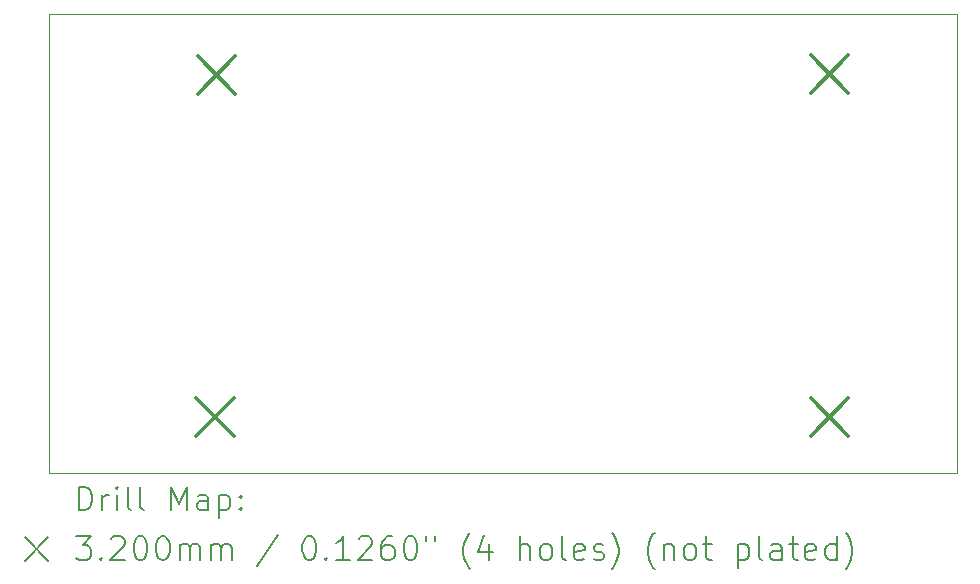
<source format=gbr>
%FSLAX45Y45*%
G04 Gerber Fmt 4.5, Leading zero omitted, Abs format (unit mm)*
G04 Created by KiCad (PCBNEW (6.0.0)) date 2022-10-17 15:32:17*
%MOMM*%
%LPD*%
G01*
G04 APERTURE LIST*
%TA.AperFunction,Profile*%
%ADD10C,0.100000*%
%TD*%
%ADD11C,0.200000*%
%ADD12C,0.320000*%
G04 APERTURE END LIST*
D10*
X6443200Y-8550520D02*
X14129240Y-8550520D01*
X14129240Y-8550520D02*
X14129240Y-4666860D01*
X14129240Y-4666860D02*
X6443200Y-4666860D01*
X6443200Y-4666860D02*
X6443200Y-8550520D01*
D11*
D12*
X7693880Y-7915180D02*
X8013880Y-8235180D01*
X8013880Y-7915180D02*
X7693880Y-8235180D01*
X7703080Y-5017380D02*
X8023080Y-5337380D01*
X8023080Y-5017380D02*
X7703080Y-5337380D01*
X12893880Y-5015180D02*
X13213880Y-5335180D01*
X13213880Y-5015180D02*
X12893880Y-5335180D01*
X12893880Y-7915180D02*
X13213880Y-8235180D01*
X13213880Y-7915180D02*
X12893880Y-8235180D01*
D11*
X6695819Y-8865996D02*
X6695819Y-8665996D01*
X6743438Y-8665996D01*
X6772009Y-8675520D01*
X6791057Y-8694568D01*
X6800581Y-8713615D01*
X6810105Y-8751710D01*
X6810105Y-8780282D01*
X6800581Y-8818377D01*
X6791057Y-8837425D01*
X6772009Y-8856472D01*
X6743438Y-8865996D01*
X6695819Y-8865996D01*
X6895819Y-8865996D02*
X6895819Y-8732663D01*
X6895819Y-8770758D02*
X6905343Y-8751710D01*
X6914867Y-8742187D01*
X6933914Y-8732663D01*
X6952962Y-8732663D01*
X7019628Y-8865996D02*
X7019628Y-8732663D01*
X7019628Y-8665996D02*
X7010105Y-8675520D01*
X7019628Y-8685044D01*
X7029152Y-8675520D01*
X7019628Y-8665996D01*
X7019628Y-8685044D01*
X7143438Y-8865996D02*
X7124390Y-8856472D01*
X7114867Y-8837425D01*
X7114867Y-8665996D01*
X7248200Y-8865996D02*
X7229152Y-8856472D01*
X7219628Y-8837425D01*
X7219628Y-8665996D01*
X7476771Y-8865996D02*
X7476771Y-8665996D01*
X7543438Y-8808853D01*
X7610105Y-8665996D01*
X7610105Y-8865996D01*
X7791057Y-8865996D02*
X7791057Y-8761234D01*
X7781533Y-8742187D01*
X7762486Y-8732663D01*
X7724390Y-8732663D01*
X7705343Y-8742187D01*
X7791057Y-8856472D02*
X7772009Y-8865996D01*
X7724390Y-8865996D01*
X7705343Y-8856472D01*
X7695819Y-8837425D01*
X7695819Y-8818377D01*
X7705343Y-8799330D01*
X7724390Y-8789806D01*
X7772009Y-8789806D01*
X7791057Y-8780282D01*
X7886295Y-8732663D02*
X7886295Y-8932663D01*
X7886295Y-8742187D02*
X7905343Y-8732663D01*
X7943438Y-8732663D01*
X7962486Y-8742187D01*
X7972009Y-8751710D01*
X7981533Y-8770758D01*
X7981533Y-8827901D01*
X7972009Y-8846949D01*
X7962486Y-8856472D01*
X7943438Y-8865996D01*
X7905343Y-8865996D01*
X7886295Y-8856472D01*
X8067248Y-8846949D02*
X8076771Y-8856472D01*
X8067248Y-8865996D01*
X8057724Y-8856472D01*
X8067248Y-8846949D01*
X8067248Y-8865996D01*
X8067248Y-8742187D02*
X8076771Y-8751710D01*
X8067248Y-8761234D01*
X8057724Y-8751710D01*
X8067248Y-8742187D01*
X8067248Y-8761234D01*
X6238200Y-9095520D02*
X6438200Y-9295520D01*
X6438200Y-9095520D02*
X6238200Y-9295520D01*
X6676771Y-9085996D02*
X6800581Y-9085996D01*
X6733914Y-9162187D01*
X6762486Y-9162187D01*
X6781533Y-9171710D01*
X6791057Y-9181234D01*
X6800581Y-9200282D01*
X6800581Y-9247901D01*
X6791057Y-9266949D01*
X6781533Y-9276472D01*
X6762486Y-9285996D01*
X6705343Y-9285996D01*
X6686295Y-9276472D01*
X6676771Y-9266949D01*
X6886295Y-9266949D02*
X6895819Y-9276472D01*
X6886295Y-9285996D01*
X6876771Y-9276472D01*
X6886295Y-9266949D01*
X6886295Y-9285996D01*
X6972009Y-9105044D02*
X6981533Y-9095520D01*
X7000581Y-9085996D01*
X7048200Y-9085996D01*
X7067248Y-9095520D01*
X7076771Y-9105044D01*
X7086295Y-9124091D01*
X7086295Y-9143139D01*
X7076771Y-9171710D01*
X6962486Y-9285996D01*
X7086295Y-9285996D01*
X7210105Y-9085996D02*
X7229152Y-9085996D01*
X7248200Y-9095520D01*
X7257724Y-9105044D01*
X7267248Y-9124091D01*
X7276771Y-9162187D01*
X7276771Y-9209806D01*
X7267248Y-9247901D01*
X7257724Y-9266949D01*
X7248200Y-9276472D01*
X7229152Y-9285996D01*
X7210105Y-9285996D01*
X7191057Y-9276472D01*
X7181533Y-9266949D01*
X7172009Y-9247901D01*
X7162486Y-9209806D01*
X7162486Y-9162187D01*
X7172009Y-9124091D01*
X7181533Y-9105044D01*
X7191057Y-9095520D01*
X7210105Y-9085996D01*
X7400581Y-9085996D02*
X7419628Y-9085996D01*
X7438676Y-9095520D01*
X7448200Y-9105044D01*
X7457724Y-9124091D01*
X7467248Y-9162187D01*
X7467248Y-9209806D01*
X7457724Y-9247901D01*
X7448200Y-9266949D01*
X7438676Y-9276472D01*
X7419628Y-9285996D01*
X7400581Y-9285996D01*
X7381533Y-9276472D01*
X7372009Y-9266949D01*
X7362486Y-9247901D01*
X7352962Y-9209806D01*
X7352962Y-9162187D01*
X7362486Y-9124091D01*
X7372009Y-9105044D01*
X7381533Y-9095520D01*
X7400581Y-9085996D01*
X7552962Y-9285996D02*
X7552962Y-9152663D01*
X7552962Y-9171710D02*
X7562486Y-9162187D01*
X7581533Y-9152663D01*
X7610105Y-9152663D01*
X7629152Y-9162187D01*
X7638676Y-9181234D01*
X7638676Y-9285996D01*
X7638676Y-9181234D02*
X7648200Y-9162187D01*
X7667248Y-9152663D01*
X7695819Y-9152663D01*
X7714867Y-9162187D01*
X7724390Y-9181234D01*
X7724390Y-9285996D01*
X7819628Y-9285996D02*
X7819628Y-9152663D01*
X7819628Y-9171710D02*
X7829152Y-9162187D01*
X7848200Y-9152663D01*
X7876771Y-9152663D01*
X7895819Y-9162187D01*
X7905343Y-9181234D01*
X7905343Y-9285996D01*
X7905343Y-9181234D02*
X7914867Y-9162187D01*
X7933914Y-9152663D01*
X7962486Y-9152663D01*
X7981533Y-9162187D01*
X7991057Y-9181234D01*
X7991057Y-9285996D01*
X8381533Y-9076472D02*
X8210105Y-9333615D01*
X8638676Y-9085996D02*
X8657724Y-9085996D01*
X8676771Y-9095520D01*
X8686295Y-9105044D01*
X8695819Y-9124091D01*
X8705343Y-9162187D01*
X8705343Y-9209806D01*
X8695819Y-9247901D01*
X8686295Y-9266949D01*
X8676771Y-9276472D01*
X8657724Y-9285996D01*
X8638676Y-9285996D01*
X8619629Y-9276472D01*
X8610105Y-9266949D01*
X8600581Y-9247901D01*
X8591057Y-9209806D01*
X8591057Y-9162187D01*
X8600581Y-9124091D01*
X8610105Y-9105044D01*
X8619629Y-9095520D01*
X8638676Y-9085996D01*
X8791057Y-9266949D02*
X8800581Y-9276472D01*
X8791057Y-9285996D01*
X8781533Y-9276472D01*
X8791057Y-9266949D01*
X8791057Y-9285996D01*
X8991057Y-9285996D02*
X8876771Y-9285996D01*
X8933914Y-9285996D02*
X8933914Y-9085996D01*
X8914867Y-9114568D01*
X8895819Y-9133615D01*
X8876771Y-9143139D01*
X9067248Y-9105044D02*
X9076771Y-9095520D01*
X9095819Y-9085996D01*
X9143438Y-9085996D01*
X9162486Y-9095520D01*
X9172010Y-9105044D01*
X9181533Y-9124091D01*
X9181533Y-9143139D01*
X9172010Y-9171710D01*
X9057724Y-9285996D01*
X9181533Y-9285996D01*
X9352962Y-9085996D02*
X9314867Y-9085996D01*
X9295819Y-9095520D01*
X9286295Y-9105044D01*
X9267248Y-9133615D01*
X9257724Y-9171710D01*
X9257724Y-9247901D01*
X9267248Y-9266949D01*
X9276771Y-9276472D01*
X9295819Y-9285996D01*
X9333914Y-9285996D01*
X9352962Y-9276472D01*
X9362486Y-9266949D01*
X9372010Y-9247901D01*
X9372010Y-9200282D01*
X9362486Y-9181234D01*
X9352962Y-9171710D01*
X9333914Y-9162187D01*
X9295819Y-9162187D01*
X9276771Y-9171710D01*
X9267248Y-9181234D01*
X9257724Y-9200282D01*
X9495819Y-9085996D02*
X9514867Y-9085996D01*
X9533914Y-9095520D01*
X9543438Y-9105044D01*
X9552962Y-9124091D01*
X9562486Y-9162187D01*
X9562486Y-9209806D01*
X9552962Y-9247901D01*
X9543438Y-9266949D01*
X9533914Y-9276472D01*
X9514867Y-9285996D01*
X9495819Y-9285996D01*
X9476771Y-9276472D01*
X9467248Y-9266949D01*
X9457724Y-9247901D01*
X9448200Y-9209806D01*
X9448200Y-9162187D01*
X9457724Y-9124091D01*
X9467248Y-9105044D01*
X9476771Y-9095520D01*
X9495819Y-9085996D01*
X9638676Y-9085996D02*
X9638676Y-9124091D01*
X9714867Y-9085996D02*
X9714867Y-9124091D01*
X10010105Y-9362187D02*
X10000581Y-9352663D01*
X9981533Y-9324091D01*
X9972010Y-9305044D01*
X9962486Y-9276472D01*
X9952962Y-9228853D01*
X9952962Y-9190758D01*
X9962486Y-9143139D01*
X9972010Y-9114568D01*
X9981533Y-9095520D01*
X10000581Y-9066949D01*
X10010105Y-9057425D01*
X10172010Y-9152663D02*
X10172010Y-9285996D01*
X10124390Y-9076472D02*
X10076771Y-9219330D01*
X10200581Y-9219330D01*
X10429152Y-9285996D02*
X10429152Y-9085996D01*
X10514867Y-9285996D02*
X10514867Y-9181234D01*
X10505343Y-9162187D01*
X10486295Y-9152663D01*
X10457724Y-9152663D01*
X10438676Y-9162187D01*
X10429152Y-9171710D01*
X10638676Y-9285996D02*
X10619629Y-9276472D01*
X10610105Y-9266949D01*
X10600581Y-9247901D01*
X10600581Y-9190758D01*
X10610105Y-9171710D01*
X10619629Y-9162187D01*
X10638676Y-9152663D01*
X10667248Y-9152663D01*
X10686295Y-9162187D01*
X10695819Y-9171710D01*
X10705343Y-9190758D01*
X10705343Y-9247901D01*
X10695819Y-9266949D01*
X10686295Y-9276472D01*
X10667248Y-9285996D01*
X10638676Y-9285996D01*
X10819629Y-9285996D02*
X10800581Y-9276472D01*
X10791057Y-9257425D01*
X10791057Y-9085996D01*
X10972010Y-9276472D02*
X10952962Y-9285996D01*
X10914867Y-9285996D01*
X10895819Y-9276472D01*
X10886295Y-9257425D01*
X10886295Y-9181234D01*
X10895819Y-9162187D01*
X10914867Y-9152663D01*
X10952962Y-9152663D01*
X10972010Y-9162187D01*
X10981533Y-9181234D01*
X10981533Y-9200282D01*
X10886295Y-9219330D01*
X11057724Y-9276472D02*
X11076771Y-9285996D01*
X11114867Y-9285996D01*
X11133914Y-9276472D01*
X11143438Y-9257425D01*
X11143438Y-9247901D01*
X11133914Y-9228853D01*
X11114867Y-9219330D01*
X11086295Y-9219330D01*
X11067248Y-9209806D01*
X11057724Y-9190758D01*
X11057724Y-9181234D01*
X11067248Y-9162187D01*
X11086295Y-9152663D01*
X11114867Y-9152663D01*
X11133914Y-9162187D01*
X11210105Y-9362187D02*
X11219628Y-9352663D01*
X11238676Y-9324091D01*
X11248200Y-9305044D01*
X11257724Y-9276472D01*
X11267248Y-9228853D01*
X11267248Y-9190758D01*
X11257724Y-9143139D01*
X11248200Y-9114568D01*
X11238676Y-9095520D01*
X11219628Y-9066949D01*
X11210105Y-9057425D01*
X11572009Y-9362187D02*
X11562486Y-9352663D01*
X11543438Y-9324091D01*
X11533914Y-9305044D01*
X11524390Y-9276472D01*
X11514867Y-9228853D01*
X11514867Y-9190758D01*
X11524390Y-9143139D01*
X11533914Y-9114568D01*
X11543438Y-9095520D01*
X11562486Y-9066949D01*
X11572009Y-9057425D01*
X11648200Y-9152663D02*
X11648200Y-9285996D01*
X11648200Y-9171710D02*
X11657724Y-9162187D01*
X11676771Y-9152663D01*
X11705343Y-9152663D01*
X11724390Y-9162187D01*
X11733914Y-9181234D01*
X11733914Y-9285996D01*
X11857724Y-9285996D02*
X11838676Y-9276472D01*
X11829152Y-9266949D01*
X11819628Y-9247901D01*
X11819628Y-9190758D01*
X11829152Y-9171710D01*
X11838676Y-9162187D01*
X11857724Y-9152663D01*
X11886295Y-9152663D01*
X11905343Y-9162187D01*
X11914867Y-9171710D01*
X11924390Y-9190758D01*
X11924390Y-9247901D01*
X11914867Y-9266949D01*
X11905343Y-9276472D01*
X11886295Y-9285996D01*
X11857724Y-9285996D01*
X11981533Y-9152663D02*
X12057724Y-9152663D01*
X12010105Y-9085996D02*
X12010105Y-9257425D01*
X12019628Y-9276472D01*
X12038676Y-9285996D01*
X12057724Y-9285996D01*
X12276771Y-9152663D02*
X12276771Y-9352663D01*
X12276771Y-9162187D02*
X12295819Y-9152663D01*
X12333914Y-9152663D01*
X12352962Y-9162187D01*
X12362486Y-9171710D01*
X12372009Y-9190758D01*
X12372009Y-9247901D01*
X12362486Y-9266949D01*
X12352962Y-9276472D01*
X12333914Y-9285996D01*
X12295819Y-9285996D01*
X12276771Y-9276472D01*
X12486295Y-9285996D02*
X12467248Y-9276472D01*
X12457724Y-9257425D01*
X12457724Y-9085996D01*
X12648200Y-9285996D02*
X12648200Y-9181234D01*
X12638676Y-9162187D01*
X12619628Y-9152663D01*
X12581533Y-9152663D01*
X12562486Y-9162187D01*
X12648200Y-9276472D02*
X12629152Y-9285996D01*
X12581533Y-9285996D01*
X12562486Y-9276472D01*
X12552962Y-9257425D01*
X12552962Y-9238377D01*
X12562486Y-9219330D01*
X12581533Y-9209806D01*
X12629152Y-9209806D01*
X12648200Y-9200282D01*
X12714867Y-9152663D02*
X12791057Y-9152663D01*
X12743438Y-9085996D02*
X12743438Y-9257425D01*
X12752962Y-9276472D01*
X12772009Y-9285996D01*
X12791057Y-9285996D01*
X12933914Y-9276472D02*
X12914867Y-9285996D01*
X12876771Y-9285996D01*
X12857724Y-9276472D01*
X12848200Y-9257425D01*
X12848200Y-9181234D01*
X12857724Y-9162187D01*
X12876771Y-9152663D01*
X12914867Y-9152663D01*
X12933914Y-9162187D01*
X12943438Y-9181234D01*
X12943438Y-9200282D01*
X12848200Y-9219330D01*
X13114867Y-9285996D02*
X13114867Y-9085996D01*
X13114867Y-9276472D02*
X13095819Y-9285996D01*
X13057724Y-9285996D01*
X13038676Y-9276472D01*
X13029152Y-9266949D01*
X13019628Y-9247901D01*
X13019628Y-9190758D01*
X13029152Y-9171710D01*
X13038676Y-9162187D01*
X13057724Y-9152663D01*
X13095819Y-9152663D01*
X13114867Y-9162187D01*
X13191057Y-9362187D02*
X13200581Y-9352663D01*
X13219628Y-9324091D01*
X13229152Y-9305044D01*
X13238676Y-9276472D01*
X13248200Y-9228853D01*
X13248200Y-9190758D01*
X13238676Y-9143139D01*
X13229152Y-9114568D01*
X13219628Y-9095520D01*
X13200581Y-9066949D01*
X13191057Y-9057425D01*
M02*

</source>
